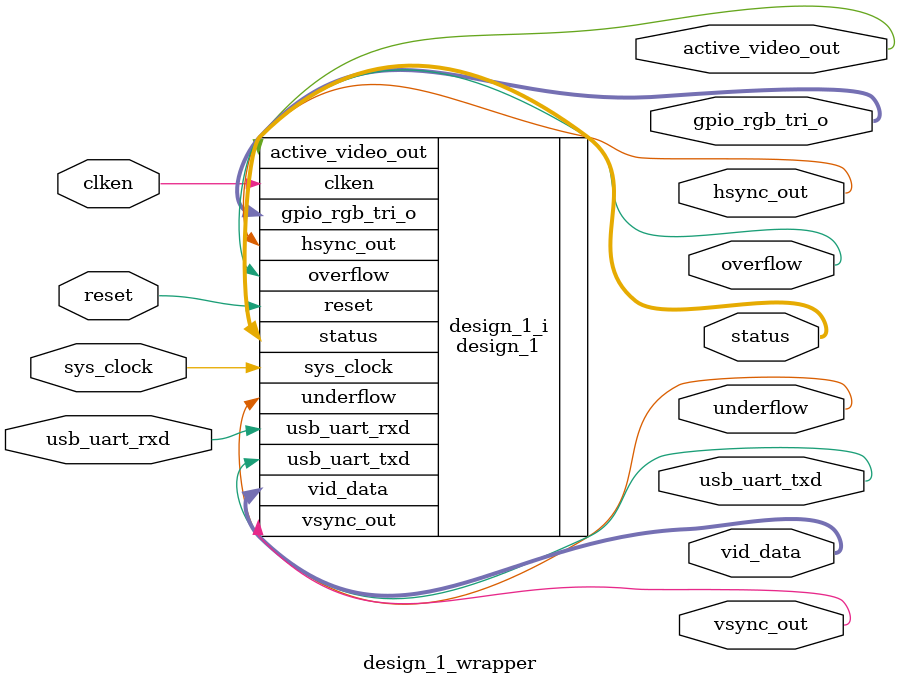
<source format=v>
`timescale 1 ps / 1 ps

module design_1_wrapper
   (active_video_out,
    clken,
    gpio_rgb_tri_o,
    hsync_out,
    overflow,
    reset,
    status,
    sys_clock,
    underflow,
    usb_uart_rxd,
    usb_uart_txd,
    vid_data,
    vsync_out);
  output active_video_out;
  input clken;
  output [15:0]gpio_rgb_tri_o;
  output hsync_out;
  output overflow;
  input reset;
  output [31:0]status;
  input sys_clock;
  output underflow;
  input usb_uart_rxd;
  output usb_uart_txd;
  output [23:0]vid_data;
  output vsync_out;

  wire active_video_out;
  wire clken;
  wire [15:0]gpio_rgb_tri_o;
  wire hsync_out;
  wire overflow;
  wire reset;
  wire [31:0]status;
  wire sys_clock;
  wire underflow;
  wire usb_uart_rxd;
  wire usb_uart_txd;
  wire [23:0]vid_data;
  wire vsync_out;

  design_1 design_1_i
       (.active_video_out(active_video_out),
        .clken(clken),
        .gpio_rgb_tri_o(gpio_rgb_tri_o),
        .hsync_out(hsync_out),
        .overflow(overflow),
        .reset(reset),
        .status(status),
        .sys_clock(sys_clock),
        .underflow(underflow),
        .usb_uart_rxd(usb_uart_rxd),
        .usb_uart_txd(usb_uart_txd),
        .vid_data(vid_data),
        .vsync_out(vsync_out));
endmodule

</source>
